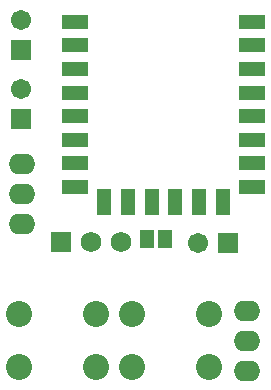
<source format=gts>
G04 Layer_Color=20142*
%FSLAX25Y25*%
%MOIN*%
G70*
G01*
G75*
%ADD30R,0.04737X0.05918*%
%ADD31R,0.08674X0.04737*%
%ADD32R,0.04737X0.08674*%
%ADD33C,0.08674*%
%ADD34C,0.06800*%
%ADD35R,0.06800X0.06800*%
%ADD36C,0.06706*%
%ADD37R,0.06706X0.06706*%
%ADD38O,0.08800X0.06800*%
%ADD39R,0.06706X0.06706*%
D30*
X156047Y413500D02*
D03*
X161953D02*
D03*
D31*
X131972Y485780D02*
D03*
Y477906D02*
D03*
Y470032D02*
D03*
Y462158D02*
D03*
Y454283D02*
D03*
Y446409D02*
D03*
Y438535D02*
D03*
Y430661D02*
D03*
X191028D02*
D03*
Y438535D02*
D03*
Y446409D02*
D03*
Y454283D02*
D03*
Y462158D02*
D03*
Y470032D02*
D03*
Y477906D02*
D03*
Y485780D02*
D03*
D32*
X141815Y425543D02*
D03*
X149689D02*
D03*
X157563D02*
D03*
X165437D02*
D03*
X173311D02*
D03*
X181185D02*
D03*
D33*
X151000Y388500D02*
D03*
Y370783D02*
D03*
X176591Y388500D02*
D03*
Y370783D02*
D03*
X113500Y388500D02*
D03*
Y370783D02*
D03*
X139091Y388500D02*
D03*
Y370783D02*
D03*
D34*
X147500Y412500D02*
D03*
X137500D02*
D03*
D35*
X127500D02*
D03*
D36*
X114000Y463500D02*
D03*
Y486500D02*
D03*
X173000Y412000D02*
D03*
D37*
X114000Y453500D02*
D03*
Y476500D02*
D03*
D38*
X114500Y438500D02*
D03*
X114300Y428500D02*
D03*
X114500Y418500D02*
D03*
X189500Y389500D02*
D03*
X189300Y379500D02*
D03*
X189500Y369500D02*
D03*
D39*
X183000Y412000D02*
D03*
M02*

</source>
